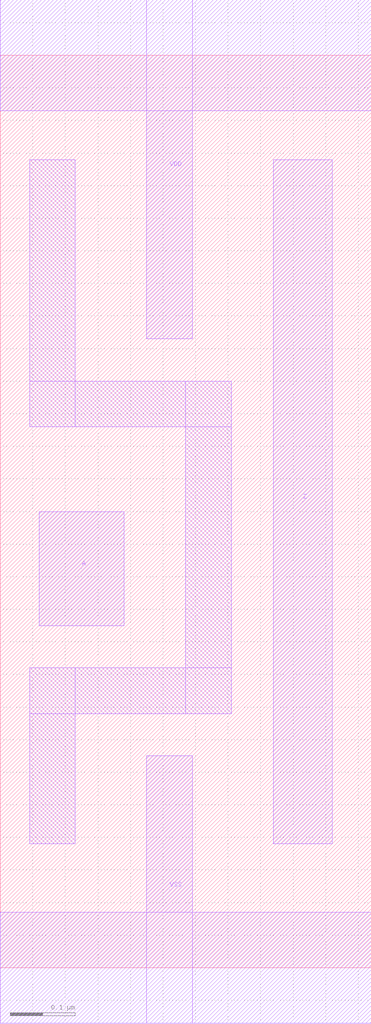
<source format=lef>
VERSION 5.8 ;
BUSBITCHARS "[]" ;
DIVIDERCHAR "/" ;

UNITS
  DATABASE MICRONS 2000 ;
END UNITS

MACRO BUF1
  CLASS CORE ;
  ORIGIN 0 0 ;
  FOREIGN BUF_X1 0 0 ;
  SIZE 0.57 BY 1.4 ;
  SYMMETRY X Y ;
  SITE FreePDK45_38x28_10R_NP_162NW_34O ;
  PIN A
    DIRECTION INPUT ;
    USE SIGNAL ;
    PORT
      LAYER metal1 ;
        RECT 0.06 0.525 0.19 0.7 ;
    END
  END A
  PIN Z
    DIRECTION OUTPUT ;
    USE SIGNAL ;
    PORT
      LAYER metal1 ;
        RECT 0.42 0.19 0.51 1.24 ;
    END
  END Z
  PIN VDD
    DIRECTION INOUT ;
    USE POWER ;
    SHAPE ABUTMENT ;
    PORT
      LAYER metal1 ;
        RECT 0 1.315 0.57 1.485 ;
        RECT 0.225 0.965 0.295 1.485 ;
    END
  END VDD
  PIN VSS
    DIRECTION INOUT ;
    USE GROUND ;
    SHAPE ABUTMENT ;
    PORT
      LAYER metal1 ;
        RECT 0 -0.085 0.57 0.085 ;
        RECT 0.225 -0.085 0.295 0.325 ;
    END
  END VSS
  OBS
    LAYER metal1 ;
      RECT 0.045 0.83 0.115 1.24 ;
      RECT 0.045 0.83 0.355 0.9 ;
      RECT 0.285 0.39 0.355 0.9 ;
      RECT 0.045 0.39 0.355 0.46 ;
      RECT 0.045 0.19 0.115 0.46 ;
  END
END BUF1

END LIBRARY

</source>
